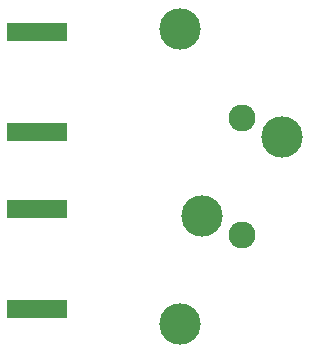
<source format=gbs>
%TF.GenerationSoftware,KiCad,Pcbnew,6.0.2-378541a8eb~116~ubuntu20.04.1*%
%TF.CreationDate,2022-03-13T12:00:14-05:00*%
%TF.ProjectId,bessel_filter,62657373-656c-45f6-9669-6c7465722e6b,1.0*%
%TF.SameCoordinates,Original*%
%TF.FileFunction,Soldermask,Bot*%
%TF.FilePolarity,Negative*%
%FSLAX46Y46*%
G04 Gerber Fmt 4.6, Leading zero omitted, Abs format (unit mm)*
G04 Created by KiCad (PCBNEW 6.0.2-378541a8eb~116~ubuntu20.04.1) date 2022-03-13 12:00:14*
%MOMM*%
%LPD*%
G01*
G04 APERTURE LIST*
%ADD10C,2.286000*%
%ADD11C,3.500000*%
%ADD12R,5.080000X1.500000*%
G04 APERTURE END LIST*
D10*
%TO.C,L1*%
X132750000Y-78042899D03*
X132750000Y-87957101D03*
D11*
X129384172Y-86365828D03*
X136115828Y-79634172D03*
%TD*%
%TO.C,REF\u002A\u002A*%
X127500000Y-95500000D03*
%TD*%
%TO.C,REF\u002A\u002A*%
X127500000Y-70500000D03*
%TD*%
D12*
%TO.C,J2*%
X115443000Y-94250000D03*
X115443000Y-85750000D03*
%TD*%
%TO.C,J1*%
X115443000Y-79250000D03*
X115443000Y-70750000D03*
%TD*%
M02*

</source>
